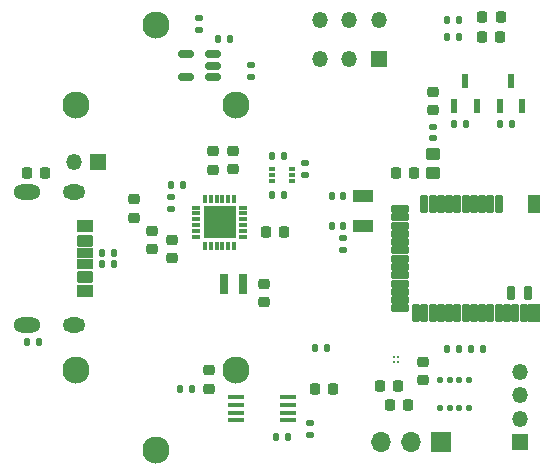
<source format=gts>
%TF.GenerationSoftware,KiCad,Pcbnew,7.0.7*%
%TF.CreationDate,2023-09-18T11:47:39+09:00*%
%TF.ProjectId,gas_nrf52832,6761735f-6e72-4663-9532-3833322e6b69,rev?*%
%TF.SameCoordinates,Original*%
%TF.FileFunction,Soldermask,Top*%
%TF.FilePolarity,Negative*%
%FSLAX46Y46*%
G04 Gerber Fmt 4.6, Leading zero omitted, Abs format (unit mm)*
G04 Created by KiCad (PCBNEW 7.0.7) date 2023-09-18 11:47:39*
%MOMM*%
%LPD*%
G01*
G04 APERTURE LIST*
G04 Aperture macros list*
%AMRoundRect*
0 Rectangle with rounded corners*
0 $1 Rounding radius*
0 $2 $3 $4 $5 $6 $7 $8 $9 X,Y pos of 4 corners*
0 Add a 4 corners polygon primitive as box body*
4,1,4,$2,$3,$4,$5,$6,$7,$8,$9,$2,$3,0*
0 Add four circle primitives for the rounded corners*
1,1,$1+$1,$2,$3*
1,1,$1+$1,$4,$5*
1,1,$1+$1,$6,$7*
1,1,$1+$1,$8,$9*
0 Add four rect primitives between the rounded corners*
20,1,$1+$1,$2,$3,$4,$5,0*
20,1,$1+$1,$4,$5,$6,$7,0*
20,1,$1+$1,$6,$7,$8,$9,0*
20,1,$1+$1,$8,$9,$2,$3,0*%
G04 Aperture macros list end*
%ADD10RoundRect,0.135000X0.135000X0.185000X-0.135000X0.185000X-0.135000X-0.185000X0.135000X-0.185000X0*%
%ADD11R,0.600000X1.250000*%
%ADD12RoundRect,0.218750X0.218750X0.256250X-0.218750X0.256250X-0.218750X-0.256250X0.218750X-0.256250X0*%
%ADD13RoundRect,0.135000X-0.135000X-0.185000X0.135000X-0.185000X0.135000X0.185000X-0.135000X0.185000X0*%
%ADD14R,0.800000X0.300000*%
%ADD15R,0.300000X0.800000*%
%ADD16R,2.800000X2.800000*%
%ADD17RoundRect,0.225000X-0.250000X0.225000X-0.250000X-0.225000X0.250000X-0.225000X0.250000X0.225000X0*%
%ADD18RoundRect,0.218750X0.256250X-0.218750X0.256250X0.218750X-0.256250X0.218750X-0.256250X-0.218750X0*%
%ADD19R,1.700000X1.700000*%
%ADD20O,1.700000X1.700000*%
%ADD21RoundRect,0.135000X0.185000X-0.135000X0.185000X0.135000X-0.185000X0.135000X-0.185000X-0.135000X0*%
%ADD22RoundRect,0.140000X-0.140000X-0.170000X0.140000X-0.170000X0.140000X0.170000X-0.140000X0.170000X0*%
%ADD23RoundRect,0.102000X0.465000X-0.435000X0.465000X0.435000X-0.465000X0.435000X-0.465000X-0.435000X0*%
%ADD24RoundRect,0.225000X-0.225000X-0.250000X0.225000X-0.250000X0.225000X0.250000X-0.225000X0.250000X0*%
%ADD25R,1.350000X1.350000*%
%ADD26O,1.350000X1.350000*%
%ADD27RoundRect,0.150000X0.512500X0.150000X-0.512500X0.150000X-0.512500X-0.150000X0.512500X-0.150000X0*%
%ADD28R,0.492000X0.300000*%
%ADD29RoundRect,0.102000X-0.600000X0.350000X-0.600000X-0.350000X0.600000X-0.350000X0.600000X0.350000X0*%
%ADD30RoundRect,0.102000X-0.600000X0.380000X-0.600000X-0.380000X0.600000X-0.380000X0.600000X0.380000X0*%
%ADD31RoundRect,0.102000X-0.600000X0.400000X-0.600000X-0.400000X0.600000X-0.400000X0.600000X0.400000X0*%
%ADD32O,2.304000X1.304000*%
%ADD33O,1.904000X1.304000*%
%ADD34R,1.450000X0.450000*%
%ADD35RoundRect,0.225000X0.250000X-0.225000X0.250000X0.225000X-0.250000X0.225000X-0.250000X-0.225000X0*%
%ADD36RoundRect,0.135000X-0.185000X0.135000X-0.185000X-0.135000X0.185000X-0.135000X0.185000X0.135000X0*%
%ADD37RoundRect,0.125000X-0.125000X-0.137500X0.125000X-0.137500X0.125000X0.137500X-0.125000X0.137500X0*%
%ADD38RoundRect,0.102000X-0.400000X0.700000X-0.400000X-0.700000X0.400000X-0.700000X0.400000X0.700000X0*%
%ADD39RoundRect,0.102000X-0.200000X0.700000X-0.200000X-0.700000X0.200000X-0.700000X0.200000X0.700000X0*%
%ADD40RoundRect,0.102000X-0.700000X-0.200000X0.700000X-0.200000X0.700000X0.200000X-0.700000X0.200000X0*%
%ADD41RoundRect,0.102000X0.700000X0.200000X-0.700000X0.200000X-0.700000X-0.200000X0.700000X-0.200000X0*%
%ADD42RoundRect,0.102000X0.200000X-0.700000X0.200000X0.700000X-0.200000X0.700000X-0.200000X-0.700000X0*%
%ADD43RoundRect,0.102000X0.400000X-0.700000X0.400000X0.700000X-0.400000X0.700000X-0.400000X-0.700000X0*%
%ADD44RoundRect,0.102000X0.200000X-0.500000X0.200000X0.500000X-0.200000X0.500000X-0.200000X-0.500000X0*%
%ADD45RoundRect,0.225000X0.225000X0.250000X-0.225000X0.250000X-0.225000X-0.250000X0.225000X-0.250000X0*%
%ADD46C,0.208000*%
%ADD47RoundRect,0.140000X0.170000X-0.140000X0.170000X0.140000X-0.170000X0.140000X-0.170000X-0.140000X0*%
%ADD48R,0.800000X1.800000*%
%ADD49R,1.800000X1.000000*%
%ADD50C,2.300000*%
G04 APERTURE END LIST*
D10*
X147270000Y-84500000D03*
X146250000Y-84500000D03*
X142800000Y-75700000D03*
X141780000Y-75700000D03*
D11*
X146245000Y-83000000D03*
X148155000Y-83000000D03*
X147200000Y-80900000D03*
D12*
X146373000Y-75462500D03*
X144798000Y-75462500D03*
D13*
X112585312Y-96435312D03*
X113605312Y-96435312D03*
D14*
X124532812Y-94115312D03*
X124532812Y-93615312D03*
X124532812Y-93115312D03*
X124532812Y-92615312D03*
X124532812Y-92115312D03*
X124532812Y-91615312D03*
D15*
X123782812Y-90865312D03*
X123282812Y-90865312D03*
X122782812Y-90865312D03*
X122282812Y-90865312D03*
X121782812Y-90865312D03*
X121282812Y-90865312D03*
D14*
X120532812Y-91615312D03*
X120532812Y-92115312D03*
X120532812Y-92615312D03*
X120532812Y-93115312D03*
X120532812Y-93615312D03*
X120532812Y-94115312D03*
D15*
X121282812Y-94865312D03*
X121782812Y-94865312D03*
X122282812Y-94865312D03*
X122782812Y-94865312D03*
X123282812Y-94865312D03*
X123782812Y-94865312D03*
D16*
X122532812Y-92865312D03*
D17*
X116832812Y-93600312D03*
X116832812Y-95150312D03*
D18*
X122000000Y-88400000D03*
X122000000Y-86825000D03*
D13*
X130610000Y-103500000D03*
X131630000Y-103500000D03*
D19*
X141300000Y-111500000D03*
D20*
X138760000Y-111500000D03*
X136220000Y-111500000D03*
D21*
X132950000Y-95220000D03*
X132950000Y-94200000D03*
D17*
X139785000Y-104650000D03*
X139785000Y-106200000D03*
D22*
X132015000Y-90650000D03*
X132975000Y-90650000D03*
D17*
X126282812Y-98075312D03*
X126282812Y-99625312D03*
D10*
X142800000Y-77200000D03*
X141780000Y-77200000D03*
D23*
X140575000Y-88650000D03*
X140575000Y-87090000D03*
D24*
X137475000Y-88650000D03*
X139025000Y-88650000D03*
D10*
X143410000Y-84500000D03*
X142390000Y-84500000D03*
D21*
X129800000Y-88870000D03*
X129800000Y-87850000D03*
D25*
X112215312Y-87735312D03*
D26*
X110215312Y-87735312D03*
D10*
X142845000Y-103555000D03*
X141825000Y-103555000D03*
D24*
X136135000Y-106722500D03*
X137685000Y-106722500D03*
D27*
X121955000Y-80550000D03*
X121955000Y-79600000D03*
X121955000Y-78650000D03*
X119680000Y-78650000D03*
X119680000Y-80550000D03*
D28*
X128632812Y-89375312D03*
X128632812Y-88875312D03*
X128632812Y-88375312D03*
X126964812Y-88375312D03*
X126964812Y-88875312D03*
X126964812Y-89375312D03*
D29*
X111165312Y-95435312D03*
D30*
X111165312Y-97455312D03*
D31*
X111165312Y-98685312D03*
D29*
X111165312Y-96435312D03*
D30*
X111165312Y-94415312D03*
D31*
X111165312Y-93185312D03*
D32*
X106215312Y-90315312D03*
X106215312Y-101555312D03*
D33*
X110215312Y-90315312D03*
X110215312Y-101555312D03*
D34*
X123920000Y-107675000D03*
X123920000Y-108325000D03*
X123920000Y-108975000D03*
X123920000Y-109625000D03*
X128320000Y-109625000D03*
X128320000Y-108975000D03*
X128320000Y-108325000D03*
X128320000Y-107675000D03*
D35*
X121645000Y-106950000D03*
X121645000Y-105400000D03*
D36*
X125200000Y-79530000D03*
X125200000Y-80550000D03*
D17*
X118532812Y-94375312D03*
X118532812Y-95925312D03*
D10*
X127982812Y-87275312D03*
X126962812Y-87275312D03*
D11*
X142390000Y-83000000D03*
X144300000Y-83000000D03*
X143345000Y-80900000D03*
D12*
X146300000Y-77200000D03*
X144725000Y-77200000D03*
D21*
X120800000Y-76610000D03*
X120800000Y-75590000D03*
D37*
X141235000Y-106180000D03*
X142035000Y-106180000D03*
X142835000Y-106180000D03*
X143635000Y-106180000D03*
X143635000Y-108555000D03*
X142835000Y-108555000D03*
X142035000Y-108555000D03*
X141235000Y-108555000D03*
D13*
X106215312Y-103025312D03*
X107235312Y-103025312D03*
D10*
X119452812Y-89675312D03*
X118432812Y-89675312D03*
D38*
X149175000Y-91350000D03*
D39*
X146175000Y-91350000D03*
X145475000Y-91350000D03*
X144775000Y-91350000D03*
X144075000Y-91350000D03*
X143375000Y-91350000D03*
X142675000Y-91350000D03*
X141975000Y-91350000D03*
X141275000Y-91350000D03*
X140575000Y-91350000D03*
X139875000Y-91350000D03*
D40*
X137775000Y-91750000D03*
D41*
X137775000Y-92450000D03*
D40*
X137775000Y-93150000D03*
X137775000Y-93850000D03*
X137775000Y-94550000D03*
X137775000Y-95250000D03*
X137775000Y-95950000D03*
X137775000Y-96650000D03*
X137775000Y-97350000D03*
X137775000Y-98050000D03*
X137775000Y-98750000D03*
X137775000Y-99450000D03*
X137775000Y-100150000D03*
D42*
X139175000Y-100550000D03*
X139875000Y-100550000D03*
X140575000Y-100550000D03*
X141275000Y-100550000D03*
X141975000Y-100550000D03*
X142675000Y-100550000D03*
X143375000Y-100550000D03*
X144075000Y-100550000D03*
X144775000Y-100550000D03*
X145475000Y-100550000D03*
X146175000Y-100550000D03*
X146875000Y-100550000D03*
X147575000Y-100550000D03*
X148275000Y-100550000D03*
D43*
X149175000Y-100550000D03*
D44*
X148625000Y-98850000D03*
X147225000Y-98850000D03*
D24*
X136935000Y-108322500D03*
X138485000Y-108322500D03*
D45*
X107765312Y-88675312D03*
X106215312Y-88675312D03*
X128032812Y-93705312D03*
X126482812Y-93705312D03*
D13*
X143825000Y-103555000D03*
X144845000Y-103555000D03*
X122435000Y-77350000D03*
X123455000Y-77350000D03*
D25*
X148000000Y-111500000D03*
D26*
X148000000Y-109500000D03*
X148000000Y-107500000D03*
X148000000Y-105500000D03*
D35*
X140600000Y-83375000D03*
X140600000Y-81825000D03*
D46*
X137685000Y-104655000D03*
X137285000Y-104655000D03*
X137685000Y-104255000D03*
X137285000Y-104255000D03*
D36*
X130170000Y-109875000D03*
X130170000Y-110895000D03*
D17*
X115282812Y-90925312D03*
X115282812Y-92475312D03*
D10*
X120220000Y-106950000D03*
X119200000Y-106950000D03*
D13*
X127300000Y-111025000D03*
X128320000Y-111025000D03*
D22*
X132015000Y-93150000D03*
X132975000Y-93150000D03*
D25*
X136000000Y-79000000D03*
D26*
X133500000Y-79000000D03*
X131000000Y-79000000D03*
X136000000Y-75700000D03*
X133500000Y-75700000D03*
X131000000Y-75700000D03*
D47*
X140575000Y-85750000D03*
X140575000Y-84790000D03*
D48*
X124532812Y-98075312D03*
X122932812Y-98075312D03*
D36*
X118432812Y-90705312D03*
X118432812Y-91725312D03*
D13*
X112585312Y-95435312D03*
X113605312Y-95435312D03*
D49*
X134675000Y-90650000D03*
X134675000Y-93150000D03*
D10*
X127984812Y-90525312D03*
X126964812Y-90525312D03*
D24*
X130610000Y-106975000D03*
X132160000Y-106975000D03*
D18*
X123700000Y-88375000D03*
X123700000Y-86800000D03*
D50*
X123920000Y-105400000D03*
X110420000Y-105400000D03*
X117170000Y-112150000D03*
X117170000Y-76150000D03*
X110420000Y-82900000D03*
X123920000Y-82900000D03*
M02*

</source>
